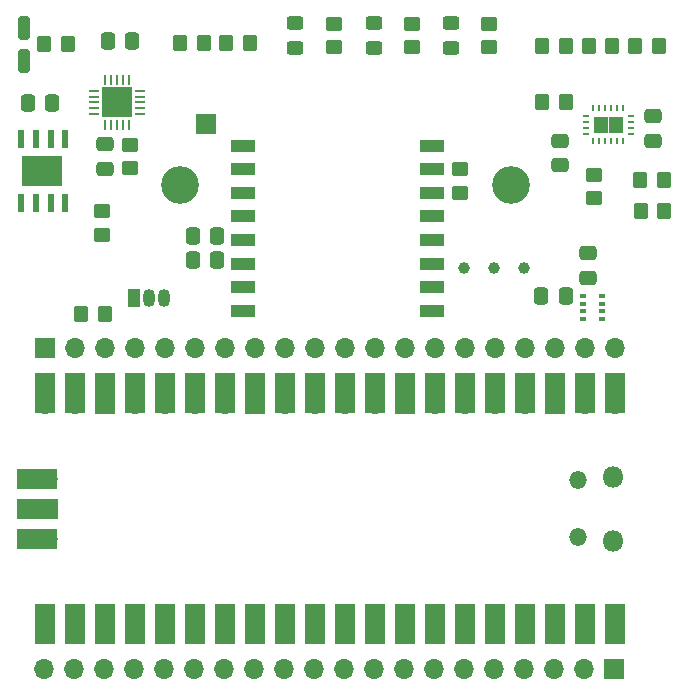
<source format=gbr>
%TF.GenerationSoftware,KiCad,Pcbnew,(6.0.1-0)*%
%TF.CreationDate,2022-01-30T18:46:34+01:00*%
%TF.ProjectId,Pico_LoRa,5069636f-5f4c-46f5-9261-2e6b69636164,1.1*%
%TF.SameCoordinates,Original*%
%TF.FileFunction,Soldermask,Top*%
%TF.FilePolarity,Negative*%
%FSLAX46Y46*%
G04 Gerber Fmt 4.6, Leading zero omitted, Abs format (unit mm)*
G04 Created by KiCad (PCBNEW (6.0.1-0)) date 2022-01-30 18:46:34*
%MOMM*%
%LPD*%
G01*
G04 APERTURE LIST*
G04 Aperture macros list*
%AMRoundRect*
0 Rectangle with rounded corners*
0 $1 Rounding radius*
0 $2 $3 $4 $5 $6 $7 $8 $9 X,Y pos of 4 corners*
0 Add a 4 corners polygon primitive as box body*
4,1,4,$2,$3,$4,$5,$6,$7,$8,$9,$2,$3,0*
0 Add four circle primitives for the rounded corners*
1,1,$1+$1,$2,$3*
1,1,$1+$1,$4,$5*
1,1,$1+$1,$6,$7*
1,1,$1+$1,$8,$9*
0 Add four rect primitives between the rounded corners*
20,1,$1+$1,$2,$3,$4,$5,0*
20,1,$1+$1,$4,$5,$6,$7,0*
20,1,$1+$1,$6,$7,$8,$9,0*
20,1,$1+$1,$8,$9,$2,$3,0*%
G04 Aperture macros list end*
%ADD10C,3.200000*%
%ADD11RoundRect,0.250000X0.450000X-0.325000X0.450000X0.325000X-0.450000X0.325000X-0.450000X-0.325000X0*%
%ADD12RoundRect,0.250000X0.350000X0.450000X-0.350000X0.450000X-0.350000X-0.450000X0.350000X-0.450000X0*%
%ADD13RoundRect,0.250000X-0.350000X-0.450000X0.350000X-0.450000X0.350000X0.450000X-0.350000X0.450000X0*%
%ADD14RoundRect,0.250000X-0.450000X0.350000X-0.450000X-0.350000X0.450000X-0.350000X0.450000X0.350000X0*%
%ADD15RoundRect,0.250000X-0.250000X-0.750000X0.250000X-0.750000X0.250000X0.750000X-0.250000X0.750000X0*%
%ADD16R,0.200000X0.600000*%
%ADD17R,0.600000X0.200000*%
%ADD18R,1.150000X1.470000*%
%ADD19R,1.050000X1.500000*%
%ADD20O,1.050000X1.500000*%
%ADD21R,1.700000X1.700000*%
%ADD22O,1.700000X1.700000*%
%ADD23RoundRect,0.250000X-0.475000X0.337500X-0.475000X-0.337500X0.475000X-0.337500X0.475000X0.337500X0*%
%ADD24C,1.000000*%
%ADD25RoundRect,0.250000X0.450000X-0.350000X0.450000X0.350000X-0.450000X0.350000X-0.450000X-0.350000X0*%
%ADD26RoundRect,0.250000X-0.337500X-0.475000X0.337500X-0.475000X0.337500X0.475000X-0.337500X0.475000X0*%
%ADD27R,0.500000X0.350000*%
%ADD28O,1.500000X1.500000*%
%ADD29O,1.800000X1.800000*%
%ADD30R,1.700000X3.500000*%
%ADD31R,3.500000X1.700000*%
%ADD32R,2.000000X1.000000*%
%ADD33RoundRect,0.250000X0.475000X-0.337500X0.475000X0.337500X-0.475000X0.337500X-0.475000X-0.337500X0*%
%ADD34RoundRect,0.062500X0.062500X-0.350000X0.062500X0.350000X-0.062500X0.350000X-0.062500X-0.350000X0*%
%ADD35RoundRect,0.062500X0.350000X-0.062500X0.350000X0.062500X-0.350000X0.062500X-0.350000X-0.062500X0*%
%ADD36R,2.500000X2.500000*%
%ADD37RoundRect,0.250000X0.337500X0.475000X-0.337500X0.475000X-0.337500X-0.475000X0.337500X-0.475000X0*%
%ADD38R,0.610000X1.600000*%
%ADD39R,3.510000X2.620000*%
G04 APERTURE END LIST*
D10*
%TO.C,MK1*%
X87695000Y-96647000D03*
%TD*%
%TO.C,MK2*%
X115695000Y-96647000D03*
%TD*%
D11*
%TO.C,D3*%
X110600000Y-84975000D03*
X110600000Y-82925000D03*
%TD*%
D12*
%TO.C,R14*%
X120350000Y-89625000D03*
X118350000Y-89625000D03*
%TD*%
D13*
%TO.C,R17*%
X126625000Y-96175000D03*
X128625000Y-96175000D03*
%TD*%
D14*
%TO.C,R8*%
X100675000Y-82950000D03*
X100675000Y-84950000D03*
%TD*%
D15*
%TO.C,B+1*%
X74475000Y-83325000D03*
%TD*%
D13*
%TO.C,R1*%
X79325000Y-107500000D03*
X81325000Y-107500000D03*
%TD*%
D16*
%TO.C,IC3*%
X122675000Y-92925000D03*
X123175000Y-92925000D03*
X123675000Y-92925000D03*
X124175000Y-92925000D03*
X124675000Y-92925000D03*
X125175000Y-92925000D03*
D17*
X125825000Y-92260000D03*
X125825000Y-91760000D03*
X125825000Y-91260000D03*
X125825000Y-90760000D03*
D16*
X125175000Y-90125000D03*
X124675000Y-90125000D03*
X124175000Y-90125000D03*
X123675000Y-90125000D03*
X123175000Y-90125000D03*
X122675000Y-90125000D03*
D17*
X122025000Y-90760000D03*
X122025000Y-91260000D03*
X122025000Y-91760000D03*
X122025000Y-92260000D03*
D18*
X123290000Y-91525000D03*
X124550000Y-91525000D03*
%TD*%
D11*
%TO.C,D2*%
X97425000Y-84975000D03*
X97425000Y-82925000D03*
%TD*%
D19*
%TO.C,U4*%
X83780000Y-106175000D03*
D20*
X85050000Y-106175000D03*
X86320000Y-106175000D03*
%TD*%
D21*
%TO.C,J2*%
X124425000Y-137625000D03*
D22*
X121885000Y-137625000D03*
X119345000Y-137625000D03*
X116805000Y-137625000D03*
X114265000Y-137625000D03*
X111725000Y-137625000D03*
X109185000Y-137625000D03*
X106645000Y-137625000D03*
X104105000Y-137625000D03*
X101565000Y-137625000D03*
X99025000Y-137625000D03*
X96485000Y-137625000D03*
X93945000Y-137625000D03*
X91405000Y-137625000D03*
X88865000Y-137625000D03*
X86325000Y-137625000D03*
X83785000Y-137625000D03*
X81245000Y-137625000D03*
X78705000Y-137625000D03*
X76165000Y-137625000D03*
%TD*%
D23*
%TO.C,C9*%
X119850000Y-92862500D03*
X119850000Y-94937500D03*
%TD*%
D24*
%TO.C,TP2*%
X114237500Y-103675000D03*
%TD*%
D13*
%TO.C,R16*%
X126675000Y-98850000D03*
X128675000Y-98850000D03*
%TD*%
D25*
%TO.C,R15*%
X122700000Y-97750000D03*
X122700000Y-95750000D03*
%TD*%
D26*
%TO.C,C3*%
X88737500Y-103000000D03*
X90812500Y-103000000D03*
%TD*%
D12*
%TO.C,R12*%
X124275000Y-84875000D03*
X122275000Y-84875000D03*
%TD*%
D27*
%TO.C,U2*%
X123375000Y-106000000D03*
X123375000Y-106650000D03*
X123375000Y-107300000D03*
X123375000Y-107950000D03*
X121775000Y-107950000D03*
X121775000Y-107300000D03*
X121775000Y-106650000D03*
X121775000Y-106000000D03*
%TD*%
D24*
%TO.C,TP1*%
X111700000Y-103675000D03*
%TD*%
D28*
%TO.C,U1*%
X121340000Y-121600000D03*
D29*
X124370000Y-121300000D03*
X124370000Y-126750000D03*
D28*
X121340000Y-126450000D03*
D30*
X124500000Y-114235000D03*
D22*
X124500000Y-115135000D03*
D30*
X121960000Y-114235000D03*
D22*
X121960000Y-115135000D03*
D30*
X119420000Y-114235000D03*
D21*
X119420000Y-115135000D03*
D30*
X116880000Y-114235000D03*
D22*
X116880000Y-115135000D03*
X114340000Y-115135000D03*
D30*
X114340000Y-114235000D03*
D22*
X111800000Y-115135000D03*
D30*
X111800000Y-114235000D03*
D22*
X109260000Y-115135000D03*
D30*
X109260000Y-114235000D03*
X106720000Y-114235000D03*
D21*
X106720000Y-115135000D03*
D22*
X104180000Y-115135000D03*
D30*
X104180000Y-114235000D03*
X101640000Y-114235000D03*
D22*
X101640000Y-115135000D03*
X99100000Y-115135000D03*
D30*
X99100000Y-114235000D03*
X96560000Y-114235000D03*
D22*
X96560000Y-115135000D03*
D30*
X94020000Y-114235000D03*
D21*
X94020000Y-115135000D03*
D30*
X91480000Y-114235000D03*
D22*
X91480000Y-115135000D03*
X88940000Y-115135000D03*
D30*
X88940000Y-114235000D03*
D22*
X86400000Y-115135000D03*
D30*
X86400000Y-114235000D03*
X83860000Y-114235000D03*
D22*
X83860000Y-115135000D03*
D30*
X81320000Y-114235000D03*
D21*
X81320000Y-115135000D03*
D30*
X78780000Y-114235000D03*
D22*
X78780000Y-115135000D03*
D30*
X76240000Y-114235000D03*
D22*
X76240000Y-115135000D03*
D30*
X76240000Y-133815000D03*
D22*
X76240000Y-132915000D03*
D30*
X78780000Y-133815000D03*
D22*
X78780000Y-132915000D03*
D30*
X81320000Y-133815000D03*
D21*
X81320000Y-132915000D03*
D22*
X83860000Y-132915000D03*
D30*
X83860000Y-133815000D03*
X86400000Y-133815000D03*
D22*
X86400000Y-132915000D03*
X88940000Y-132915000D03*
D30*
X88940000Y-133815000D03*
X91480000Y-133815000D03*
D22*
X91480000Y-132915000D03*
D30*
X94020000Y-133815000D03*
D21*
X94020000Y-132915000D03*
D30*
X96560000Y-133815000D03*
D22*
X96560000Y-132915000D03*
X99100000Y-132915000D03*
D30*
X99100000Y-133815000D03*
X101640000Y-133815000D03*
D22*
X101640000Y-132915000D03*
X104180000Y-132915000D03*
D30*
X104180000Y-133815000D03*
D21*
X106720000Y-132915000D03*
D30*
X106720000Y-133815000D03*
D22*
X109260000Y-132915000D03*
D30*
X109260000Y-133815000D03*
D22*
X111800000Y-132915000D03*
D30*
X111800000Y-133815000D03*
D22*
X114340000Y-132915000D03*
D30*
X114340000Y-133815000D03*
X116880000Y-133815000D03*
D22*
X116880000Y-132915000D03*
D21*
X119420000Y-132915000D03*
D30*
X119420000Y-133815000D03*
D22*
X121960000Y-132915000D03*
D30*
X121960000Y-133815000D03*
X124500000Y-133815000D03*
D22*
X124500000Y-132915000D03*
D31*
X75570000Y-121485000D03*
D22*
X76470000Y-121485000D03*
D21*
X76470000Y-124025000D03*
D31*
X75570000Y-124025000D03*
D22*
X76470000Y-126565000D03*
D31*
X75570000Y-126565000D03*
%TD*%
D21*
%TO.C,AE1*%
X89900000Y-91475000D03*
%TD*%
D12*
%TO.C,R11*%
X128200000Y-84875000D03*
X126200000Y-84875000D03*
%TD*%
D23*
%TO.C,C7*%
X127700000Y-90775000D03*
X127700000Y-92850000D03*
%TD*%
D32*
%TO.C,U3*%
X109025000Y-107275000D03*
X109025000Y-105275000D03*
X109025000Y-103275000D03*
X109025000Y-101275000D03*
X109025000Y-99275000D03*
X109025000Y-97275000D03*
X109025000Y-95275000D03*
X109025000Y-93275000D03*
X93025000Y-93275000D03*
X93025000Y-95275000D03*
X93025000Y-97275000D03*
X93025000Y-99275000D03*
X93025000Y-101275000D03*
X93025000Y-103275000D03*
X93025000Y-105275000D03*
X93025000Y-107275000D03*
%TD*%
D14*
%TO.C,R2*%
X111400000Y-95275000D03*
X111400000Y-97275000D03*
%TD*%
D12*
%TO.C,R13*%
X120350000Y-84875000D03*
X118350000Y-84875000D03*
%TD*%
D26*
%TO.C,C6*%
X81537500Y-84450000D03*
X83612500Y-84450000D03*
%TD*%
D14*
%TO.C,R5*%
X83475000Y-93200000D03*
X83475000Y-95200000D03*
%TD*%
D33*
%TO.C,C2*%
X122250000Y-104487500D03*
X122250000Y-102412500D03*
%TD*%
D24*
%TO.C,TP3*%
X116775000Y-103675000D03*
%TD*%
D23*
%TO.C,C5*%
X81300000Y-93162500D03*
X81300000Y-95237500D03*
%TD*%
D13*
%TO.C,R3*%
X87700000Y-84625000D03*
X89700000Y-84625000D03*
%TD*%
%TO.C,R4*%
X91600000Y-84625000D03*
X93600000Y-84625000D03*
%TD*%
D15*
%TO.C,B-1*%
X74475000Y-86100000D03*
%TD*%
D26*
%TO.C,C8*%
X74762500Y-89650000D03*
X76837500Y-89650000D03*
%TD*%
%TO.C,C4*%
X88737500Y-100900000D03*
X90812500Y-100900000D03*
%TD*%
D21*
%TO.C,J1*%
X76225000Y-110425000D03*
D22*
X78765000Y-110425000D03*
X81305000Y-110425000D03*
X83845000Y-110425000D03*
X86385000Y-110425000D03*
X88925000Y-110425000D03*
X91465000Y-110425000D03*
X94005000Y-110425000D03*
X96545000Y-110425000D03*
X99085000Y-110425000D03*
X101625000Y-110425000D03*
X104165000Y-110425000D03*
X106705000Y-110425000D03*
X109245000Y-110425000D03*
X111785000Y-110425000D03*
X114325000Y-110425000D03*
X116865000Y-110425000D03*
X119405000Y-110425000D03*
X121945000Y-110425000D03*
X124485000Y-110425000D03*
%TD*%
D34*
%TO.C,IC1*%
X81325000Y-91562500D03*
X81825000Y-91562500D03*
X82325000Y-91562500D03*
X82825000Y-91562500D03*
X83325000Y-91562500D03*
D35*
X84262500Y-90625000D03*
X84262500Y-90125000D03*
X84262500Y-89625000D03*
X84262500Y-89125000D03*
X84262500Y-88625000D03*
D34*
X83325000Y-87687500D03*
X82825000Y-87687500D03*
X82325000Y-87687500D03*
X81825000Y-87687500D03*
X81325000Y-87687500D03*
D35*
X80387500Y-88625000D03*
X80387500Y-89125000D03*
X80387500Y-89625000D03*
X80387500Y-90125000D03*
X80387500Y-90625000D03*
D36*
X82325000Y-89625000D03*
%TD*%
D14*
%TO.C,R9*%
X113850000Y-82950000D03*
X113850000Y-84950000D03*
%TD*%
D37*
%TO.C,C1*%
X120337500Y-106000000D03*
X118262500Y-106000000D03*
%TD*%
D14*
%TO.C,R6*%
X81100000Y-98850000D03*
X81100000Y-100850000D03*
%TD*%
D11*
%TO.C,D1*%
X104075000Y-84975000D03*
X104075000Y-82925000D03*
%TD*%
D14*
%TO.C,R7*%
X107300000Y-82950000D03*
X107300000Y-84950000D03*
%TD*%
D12*
%TO.C,R10*%
X78175000Y-84700000D03*
X76175000Y-84700000D03*
%TD*%
D38*
%TO.C,IC2*%
X74225000Y-98150000D03*
X75475000Y-98150000D03*
X76725000Y-98150000D03*
X77975000Y-98150000D03*
X77975000Y-92750000D03*
X76725000Y-92750000D03*
X75475000Y-92750000D03*
X74225000Y-92750000D03*
D39*
X75980000Y-95450000D03*
%TD*%
M02*

</source>
